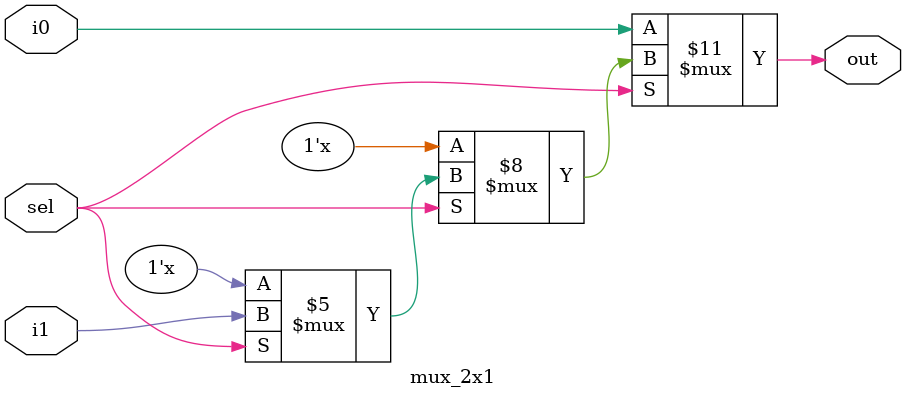
<source format=v>
module mux_2x1(
    input i0,
    input i1,
    input sel,
    output reg out
);

always @(*)begin 
    if (sel == 0)
        out = i0;
    else if (sel == 1)
        out = i1;
    else
        out = 1'bx;
end

endmodule



</source>
